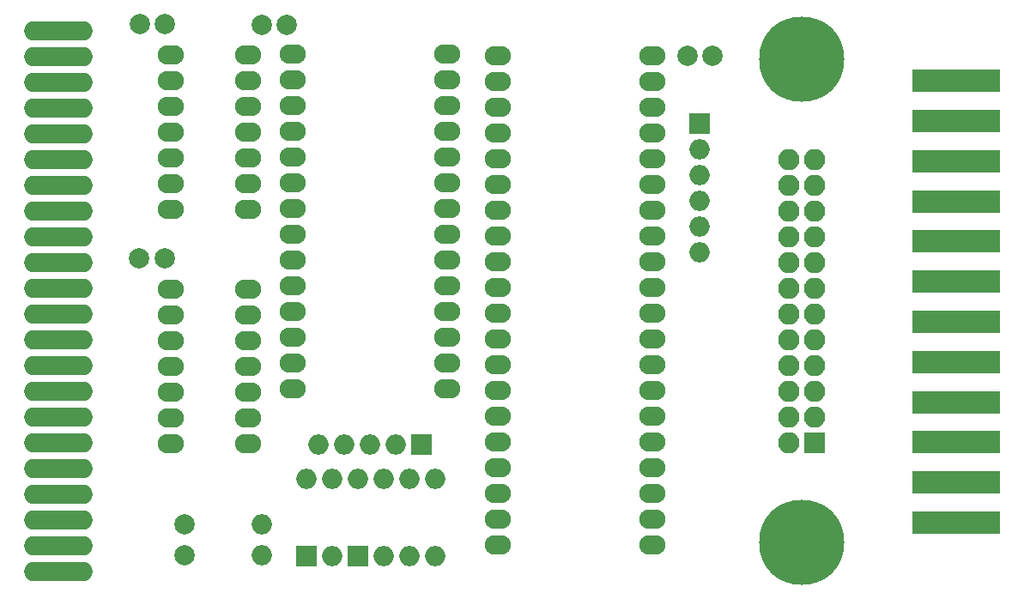
<source format=gts>
G04 #@! TF.GenerationSoftware,KiCad,Pcbnew,(5.1.2-1)-1*
G04 #@! TF.CreationDate,2019-05-25T08:59:50+02:00*
G04 #@! TF.ProjectId,IEC64,49454336-342e-46b6-9963-61645f706362,1.2*
G04 #@! TF.SameCoordinates,Original*
G04 #@! TF.FileFunction,Soldermask,Top*
G04 #@! TF.FilePolarity,Negative*
%FSLAX46Y46*%
G04 Gerber Fmt 4.6, Leading zero omitted, Abs format (unit mm)*
G04 Created by KiCad (PCBNEW (5.1.2-1)-1) date 2019-05-25 08:59:50*
%MOMM*%
%LPD*%
G04 APERTURE LIST*
%ADD10O,6.750000X1.924000*%
%ADD11C,2.000000*%
%ADD12R,8.655000X2.305000*%
%ADD13O,2.100000X2.100000*%
%ADD14R,2.100000X2.100000*%
%ADD15R,2.000000X2.000000*%
%ADD16O,2.000000X2.000000*%
%ADD17O,2.600000X1.900000*%
%ADD18C,8.400000*%
G04 APERTURE END LIST*
D10*
X101346400Y-67691000D03*
X101346400Y-70231000D03*
X101346400Y-72771000D03*
X101346400Y-75311000D03*
X101346400Y-77851000D03*
X101346400Y-80391000D03*
X101346400Y-82931000D03*
X101346400Y-85471000D03*
X101346400Y-88011000D03*
X101346400Y-90551000D03*
X101346400Y-121031000D03*
X101346400Y-118491000D03*
X101346400Y-115951000D03*
X101346400Y-113411000D03*
X101346400Y-110871000D03*
X101346400Y-108331000D03*
X101346400Y-105791000D03*
X101346400Y-103251000D03*
X101346400Y-100711000D03*
X101346400Y-98171000D03*
X101346400Y-95631000D03*
X101346400Y-93091000D03*
D11*
X123875000Y-67050000D03*
X121375000Y-67050000D03*
X165875000Y-70125000D03*
X163375000Y-70125000D03*
X111800000Y-90125000D03*
X109300000Y-90125000D03*
X109325000Y-67025000D03*
X111825000Y-67025000D03*
D12*
X189890000Y-116179600D03*
X189890000Y-112217200D03*
X189890000Y-108254800D03*
X189890000Y-104292400D03*
X189890000Y-100330000D03*
X189890000Y-96367600D03*
X189890000Y-92405200D03*
X189890000Y-88442800D03*
X189890000Y-84480400D03*
X189890000Y-80520540D03*
X189890000Y-76555600D03*
X189890000Y-72593200D03*
D13*
X173355000Y-80391000D03*
X175895000Y-80391000D03*
X173355000Y-82931000D03*
X175895000Y-82931000D03*
X173355000Y-85471000D03*
X175895000Y-85471000D03*
X173355000Y-88011000D03*
X175895000Y-88011000D03*
X173355000Y-90551000D03*
X175895000Y-90551000D03*
X173355000Y-93091000D03*
X175895000Y-93091000D03*
X173355000Y-95631000D03*
X175895000Y-95631000D03*
X173355000Y-98171000D03*
X175895000Y-98171000D03*
X173355000Y-100711000D03*
X175895000Y-100711000D03*
X173355000Y-103251000D03*
X175895000Y-103251000D03*
X173355000Y-105791000D03*
X175895000Y-105791000D03*
X173355000Y-108331000D03*
D14*
X175895000Y-108331000D03*
D15*
X125822000Y-119498000D03*
D16*
X128362000Y-111878000D03*
X128362000Y-119498000D03*
X125822000Y-111878000D03*
D15*
X130902000Y-119498000D03*
D16*
X138522000Y-111878000D03*
X133442000Y-119498000D03*
X135982000Y-111878000D03*
X135982000Y-119498000D03*
X133442000Y-111878000D03*
X138522000Y-119498000D03*
X130902000Y-111878000D03*
D17*
X112412000Y-93154000D03*
X112412000Y-95694000D03*
X112412000Y-98234000D03*
X112412000Y-100774000D03*
X112412000Y-103314000D03*
X112412000Y-105854000D03*
X112412000Y-108394000D03*
X120032000Y-108394000D03*
X120032000Y-105854000D03*
X120032000Y-103314000D03*
X120032000Y-100774000D03*
X120032000Y-98234000D03*
X120032000Y-95694000D03*
X120032000Y-93154000D03*
X120002000Y-70002000D03*
X120002000Y-72542000D03*
X120002000Y-75082000D03*
X120002000Y-77622000D03*
X120002000Y-80162000D03*
X120002000Y-82702000D03*
X120002000Y-85242000D03*
X112382000Y-85242000D03*
X112382000Y-82702000D03*
X112382000Y-80162000D03*
X112382000Y-77622000D03*
X112382000Y-75082000D03*
X112382000Y-72542000D03*
X112382000Y-70002000D03*
X159886000Y-118380000D03*
X159886000Y-115840000D03*
X159886000Y-113300000D03*
X159886000Y-110760000D03*
X159886000Y-108220000D03*
X159886000Y-105680000D03*
X159886000Y-103140000D03*
X159886000Y-100600000D03*
X159886000Y-98060000D03*
X159886000Y-95520000D03*
X159886000Y-92980000D03*
X159886000Y-90440000D03*
X159886000Y-87900000D03*
X159886000Y-85360000D03*
X159886000Y-82820000D03*
X159886000Y-80280000D03*
X159886000Y-77740000D03*
X159886000Y-75200000D03*
X159886000Y-72660000D03*
X159886000Y-70120000D03*
X144646000Y-70120000D03*
X144646000Y-72660000D03*
X144646000Y-75200000D03*
X144646000Y-77740000D03*
X144646000Y-80280000D03*
X144646000Y-82820000D03*
X144646000Y-85360000D03*
X144646000Y-87900000D03*
X144646000Y-90440000D03*
X144646000Y-92980000D03*
X144646000Y-95520000D03*
X144646000Y-98060000D03*
X144646000Y-100600000D03*
X144646000Y-103140000D03*
X144646000Y-105680000D03*
X144646000Y-108220000D03*
X144646000Y-110760000D03*
X144646000Y-113300000D03*
X144646000Y-115840000D03*
X144646000Y-118380000D03*
X124396000Y-69996000D03*
X124396000Y-72536000D03*
X124396000Y-75076000D03*
X124396000Y-77616000D03*
X124396000Y-80156000D03*
X124396000Y-82696000D03*
X124396000Y-85236000D03*
X124396000Y-87776000D03*
X124396000Y-90316000D03*
X124396000Y-92856000D03*
X124396000Y-95396000D03*
X124396000Y-97936000D03*
X124396000Y-100476000D03*
X124396000Y-103016000D03*
X139636000Y-103016000D03*
X139636000Y-100476000D03*
X139636000Y-97936000D03*
X139636000Y-95396000D03*
X139636000Y-92856000D03*
X139636000Y-90316000D03*
X139636000Y-87776000D03*
X139636000Y-85236000D03*
X139636000Y-82696000D03*
X139636000Y-80156000D03*
X139636000Y-77616000D03*
X139636000Y-75076000D03*
X139636000Y-72536000D03*
X139636000Y-69996000D03*
D18*
X174625000Y-70485000D03*
X174625000Y-118110000D03*
D15*
X137160000Y-108458000D03*
D16*
X134620000Y-108458000D03*
X132080000Y-108458000D03*
X129540000Y-108458000D03*
X127000000Y-108458000D03*
D15*
X164600000Y-76850000D03*
D16*
X164600000Y-79390000D03*
X164600000Y-81930000D03*
X164600000Y-84470000D03*
X164600000Y-87010000D03*
X164600000Y-89550000D03*
D11*
X113792000Y-119380000D03*
D16*
X121412000Y-119380000D03*
X121412000Y-116332000D03*
D11*
X113792000Y-116332000D03*
M02*

</source>
